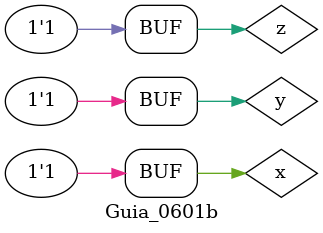
<source format=v>
/*
 Guia_0601b.v - v0.0. - 28 / 08 / 2022
 Autor    : Gabriel Vargas Bento de Souza
 Matricula: 778023
 */

/* 
 Soma dos produtos
               ___
f(x, y, z) =  \   m (2, 4, 6)  = SoP(2,4,6)
              /___
*/

/**
 SoP(2,4,6) = x'.y.z' + x.y'.z' + x.y.z'
 */
module SoP (output s,
            input  x, y, z);
   assign s = (~x &  y & ~z)  // 2
            | ( x & ~y & ~z)  // 4
            | ( x &  y & ~z); // 6
endmodule // SoP

/**
 SoP(2,4,6)_Simplificado = y.z'+ x.z'
 */
module SoP_simple (output s,
                   input  x, y, z);
   assign s = ( x & ~z)
            | ( y & ~z);
endmodule // SoP_simple

/**
  Guia_0601b.v
 */
module Guia_0601b;
   reg  x, y, z;
   wire s1, s2;
   
   // instancias
   SoP        SOP1 (s1, x, y, z);
   SoP_simple SOP2 (s2, x, y, z);
   
   // valores iniciais
   initial begin: start
      x=1'bx; y=1'bx; z=1'bx;
   end

   // parte principal
   initial begin: main
       $display("Gabriel Vargas Bento de Souza - 778023");
       $display("Guia_06");
       $display("\n01.b) SoP (2, 4, 6)\n");

       // monitoramento
       $display(" x  y  z  s1  s2");
       $monitor("%2b %2b %2b %2b %3b", x,  y,  z,  s1, s2);

       // sinalizacao
          x=0; y=0; z=0;
       #1           z=1;
       #1      y=1; z=0;
       #1           z=1;
       #1 x=1; y=0; z=0;
       #1           z=1;
       #1      y=1; z=0;
       #1           z=1;
   end
endmodule // Guia_0601b

/*
C:\Users\Gabriel\Desktop\CC-PUC\2Periodo\ARQ1\Tarefas\Guia06>vvp Guia_0601b.vvp
Gabriel Vargas Bento de Souza - 778023
Guia_06

01.b) SoP (2, 4, 6)

 x  y  z  s1  s2
 0  0  0  0   0
 0  0  1  0   0
 0  1  0  1   1
 0  1  1  0   0
 1  0  0  1   1
 1  0  1  0   0
 1  1  0  1   1
 1  1  1  0   0
*/
</source>
